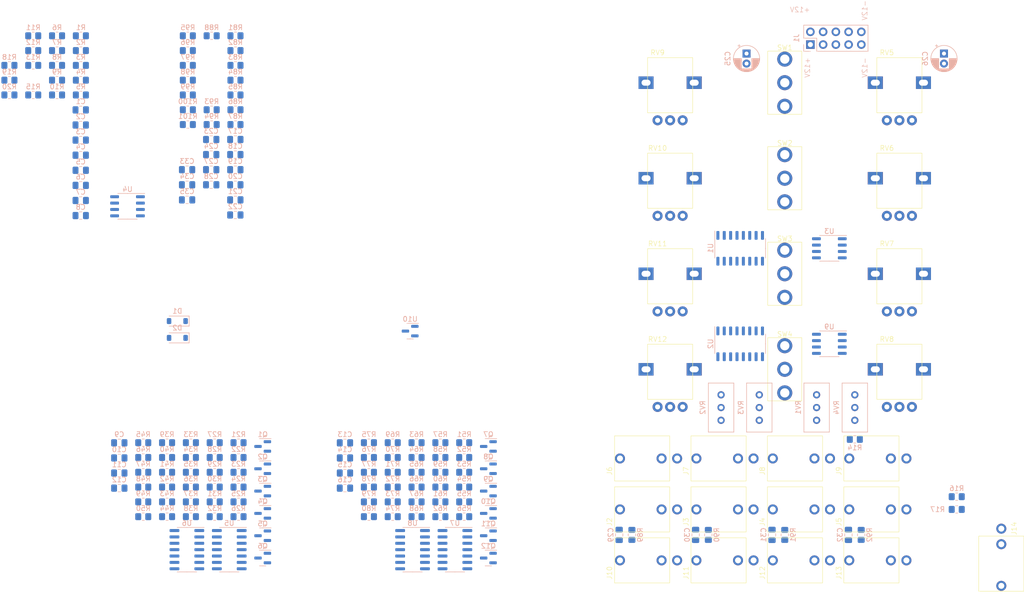
<source format=kicad_pcb>
(kicad_pcb (version 20221018) (generator pcbnew)
  (layers (0 "F.Cu" signal) (31 "B.Cu" signal) (34 "B.Paste" user) (35 "F.Paste" user) (36 "B.SilkS" user "B.Silkscreen") (37 "F.SilkS" user "F.Silkscreen") (38 "B.Mask" user) (39 "F.Mask" user) (44 "Edge.Cuts" user))
  (net 0 "")
  (net 1 "+12V")
  (net 2 "GND")
  (net 3 "-12V")
  (net 4 "Net-(C17-Pad1)")
  (net 5 "Net-(C18-Pad1)")
  (net 6 "Net-(C19-Pad1)")
  (net 7 "Net-(C20-Pad1)")
  (net 8 "VCA_1_IN")
  (net 9 "VCA_2_IN")
  (net 10 "VCA_3_IN")
  (net 11 "VCA_4_IN")
  (net 12 "VCA_1_OUT")
  (net 13 "VCA_2_OUT")
  (net 14 "VCA_3_OUT")
  (net 15 "VCA_4_OUT")
  (net 16 "/IO/MIX_OUT")
  (net 17 "Net-(U9A--)")
  (net 18 "Net-(C34-Pad2)")
  (net 19 "Net-(U9B--)")
  (net 20 "Net-(D1-A)")
  (net 21 "Net-(D2-K)")
  (net 22 "Net-(Q1-B)")
  (net 23 "Net-(Q1-E)")
  (net 24 "Net-(Q2-C)")
  (net 25 "Net-(Q3-B)")
  (net 26 "Net-(Q3-E)")
  (net 27 "/VC/LIN_IABC_1")
  (net 28 "Net-(Q4-B)")
  (net 29 "Net-(Q4-E)")
  (net 30 "/VC/LIN_IABC_2")
  (net 31 "Net-(Q5-B)")
  (net 32 "Net-(Q5-E)")
  (net 33 "Net-(Q6-C)")
  (net 34 "Net-(Q7-B)")
  (net 35 "Net-(Q7-E)")
  (net 36 "/VC_2/LIN_IABC_3")
  (net 37 "Net-(Q8-B)")
  (net 38 "Net-(Q8-E)")
  (net 39 "Net-(Q9-C)")
  (net 40 "Net-(Q10-B)")
  (net 41 "Net-(Q10-E)")
  (net 42 "/VC_2/LIN_IABC_4")
  (net 43 "Net-(Q11-B)")
  (net 44 "Net-(Q11-E)")
  (net 45 "Net-(Q12-C)")
  (net 46 "Net-(U2A--)")
  (net 47 "Net-(U1A--)")
  (net 48 "Net-(R3-Pad1)")
  (net 49 "Net-(U2A-+)")
  (net 50 "Net-(R4-Pad2)")
  (net 51 "Net-(R5-Pad1)")
  (net 52 "Net-(U1A-+)")
  (net 53 "Net-(R6-Pad2)")
  (net 54 "Net-(U2A-DIODE_BIAS)")
  (net 55 "Net-(U1A-DIODE_BIAS)")
  (net 56 "Net-(U4A-+)")
  (net 57 "Net-(U3A-+)")
  (net 58 "Net-(U1C--)")
  (net 59 "Net-(R12-Pad1)")
  (net 60 "Net-(U1C-+)")
  (net 61 "Net-(R13-Pad2)")
  (net 62 "Net-(U2C--)")
  (net 63 "Net-(U1C-DIODE_BIAS)")
  (net 64 "Net-(R16-Pad1)")
  (net 65 "Net-(U2C-+)")
  (net 66 "Net-(R17-Pad2)")
  (net 67 "Net-(U2C-DIODE_BIAS)")
  (net 68 "Net-(U3B-+)")
  (net 69 "Net-(U4B-+)")
  (net 70 "Net-(R21-Pad1)")
  (net 71 "Net-(U5A--)")
  (net 72 "VCA_1_CV")
  (net 73 "Net-(R23-Pad2)")
  (net 74 "Net-(U5B--)")
  (net 75 "/VC/VC_1")
  (net 76 "Net-(U5C--)")
  (net 77 "+3V0")
  (net 78 "Net-(U5C-+)")
  (net 79 "/VC/EXP_IABC_1")
  (net 80 "Net-(U5D--)")
  (net 81 "Net-(U6D--)")
  (net 82 "/VC/VC_2")
  (net 83 "Net-(U6C--)")
  (net 84 "Net-(U6C-+)")
  (net 85 "Net-(R42-Pad1)")
  (net 86 "Net-(U6A--)")
  (net 87 "VCA_2_CV")
  (net 88 "Net-(R45-Pad2)")
  (net 89 "Net-(U6B--)")
  (net 90 "/VC/EXP_IABC_2")
  (net 91 "Net-(U7D--)")
  (net 92 "/VC_2/VC_3")
  (net 93 "Net-(U7C--)")
  (net 94 "Net-(U7C-+)")
  (net 95 "Net-(R57-Pad1)")
  (net 96 "Net-(U7A--)")
  (net 97 "VCA_3_CV")
  (net 98 "Net-(R60-Pad2)")
  (net 99 "Net-(U7B--)")
  (net 100 "/VC_2/EXP_IABC_3")
  (net 101 "Net-(U8D--)")
  (net 102 "/VC_2/VC_4")
  (net 103 "Net-(U8C--)")
  (net 104 "Net-(U8C-+)")
  (net 105 "Net-(R72-Pad1)")
  (net 106 "Net-(U8A--)")
  (net 107 "VCA_4_CV")
  (net 108 "Net-(R75-Pad2)")
  (net 109 "Net-(U8B--)")
  (net 110 "/VC_2/EXP_IABC_4")
  (net 111 "Net-(J6-PadT)")
  (net 112 "Net-(J7-PadT)")
  (net 113 "Net-(J8-PadT)")
  (net 114 "Net-(J9-PadT)")
  (net 115 "Net-(J2-PadT)")
  (net 116 "Net-(J3-PadT)")
  (net 117 "Net-(J4-PadT)")
  (net 118 "Net-(J5-PadT)")
  (net 119 "Net-(J10-PadT)")
  (net 120 "Net-(J11-PadT)")
  (net 121 "Net-(J12-PadT)")
  (net 122 "Net-(J13-PadT)")
  (net 123 "Net-(J14-PadT)")
  (net 124 "/IO/VCA_1_MIX")
  (net 125 "/IO/VCA_2_MIX")
  (net 126 "/IO/VCA_3_MIX")
  (net 127 "/IO/VCA_4_MIX")
  (net 128 "VCA_1_IABC")
  (net 129 "VCA_2_IABC")
  (net 130 "VCA_3_IABC")
  (net 131 "VCA_4_IABC")
  (footprint "synthesis:alpha_pot" (layer "F.Cu") (at 213.36 100.33)
    (fp_text reference "RV7")
    (fp_text value "10k")
  )
  (footprint "synthesis:alpha_pot" (layer "F.Cu") (at 167.64 81.28)
    (fp_text reference "RV10")
    (fp_text value "10k")
  )
  (footprint "synthesis:thonkiconn" (layer "F.Cu") (at 233.68 157.64 180)
    (fp_text reference "J14")
    (fp_text value "Thonkiconn")
  )
  (footprint "synthesis:thonkiconn" (layer "F.Cu") (at 162.56 137.16 90)
    (fp_text reference "J6")
    (fp_text value "Thonkiconn")
  )
  (footprint "synthesis:alpha_pot" (layer "F.Cu") (at 167.64 119.38)
    (fp_text reference "RV12")
    (fp_text value "10k")
  )
  (footprint "synthesis:Mini_sw" (layer "F.Cu") (at 190.5 119.38)
    (fp_text reference "SW4")
    (fp_text value "SW_SPDT")
  )
  (footprint "synthesis:thonkiconn" (layer "F.Cu") (at 162.56 157.48 90)
    (fp_text reference "J10")
    (fp_text value "Thonkiconn")
  )
  (footprint "synthesis:alpha_pot" (layer "F.Cu") (at 213.36 119.38)
    (fp_text reference "RV8")
    (fp_text value "10k")
  )
  (footprint "synthesis:alpha_pot" (layer "F.Cu") (at 167.64 100.33)
    (fp_text reference "RV11")
    (fp_text value "10k")
  )
  (footprint "synthesis:alpha_pot" (layer "F.Cu") (at 213.36 62.23)
    (fp_text reference "RV5")
    (fp_text value "10k")
  )
  (footprint "synthesis:thonkiconn" (layer "F.Cu") (at 208.28 157.48 90)
    (fp_text reference "J13")
    (fp_text value "Thonkiconn")
  )
  (footprint "synthesis:alpha_pot" (layer "F.Cu") (at 167.64 62.23)
    (fp_text reference "RV9")
    (fp_text value "10k")
  )
  (footprint "synthesis:thonkiconn" (layer "F.Cu") (at 208.28 137.16 90)
    (fp_text reference "J9")
    (fp_text value "Thonkiconn")
  )
  (footprint "synthesis:Mini_sw" (layer "F.Cu") (at 190.5 100.33)
    (fp_text reference "SW3")
    (fp_text value "SW_SPDT")
  )
  (footprint "synthesis:thonkiconn" (layer "F.Cu") (at 193.04 157.48 90)
    (fp_text reference "J12")
    (fp_text value "Thonkiconn")
  )
  (footprint "synthesis:thonkiconn" (layer "F.Cu") (at 177.8 137.16 90)
    (fp_text reference "J7")
    (fp_text value "Thonkiconn")
  )
  (footprint "synthesis:thonkiconn" (layer "F.Cu") (at 193.04 147.32 90)
    (fp_text reference "J4")
    (fp_text value "Thonkiconn")
  )
  (footprint "synthesis:thonkiconn" (layer "F.Cu") (at 208.28 147.32 90)
    (fp_text reference "J5")
    (fp_text value "Thonkiconn")
  )
  (footprint "synthesis:alpha_pot" (layer "F.Cu") (at 213.36 81.28)
    (fp_text reference "RV6")
    (fp_text value "10k")
  )
  (footprint "synthesis:thonkiconn" (layer "F.Cu") (at 193.04 137.16 90)
    (fp_text reference "J8")
    (fp_text value "Thonkiconn")
  )
  (footprint "synthesis:Mini_sw" (layer "F.Cu") (at 190.5 81.28)
    (fp_text reference "SW2")
    (fp_text value "SW_SPDT")
  )
  (footprint "synthesis:thonkiconn" (layer "F.Cu") (at 162.56 147.32 90)
    (fp_text reference "J2")
    (fp_text value "Thonkiconn")
  )
  (footprint "synthesis:thonkiconn" (layer "F.Cu") (at 177.8 157.48 90)
    (fp_text reference "J11")
    (fp_text value "Thonkiconn")
  )
  (footprint "synthesis:Mini_sw" (layer "F.Cu") (at 190.5 62.23)
    (fp_text reference "SW1")
    (fp_text value "SW_SPDT")
  )
  (footprint "synthesis:thonkiconn" (layer "F.Cu") (at 177.8 147.32 90)
    (fp_text reference "J3")
    (fp_text value "Thonkiconn")
  )
  (footprint "Resistor_SMD:R_0805_2012Metric_Pad1.20x1.40mm_HandSolder" (layer "B.Cu") (at 35.89 58.775 180)
    (fp_text reference "R18")
    (fp_text value "10k")
  )
  (footprint "Capacitor_SMD:C_0805_2012Metric_Pad1.18x1.45mm_HandSolder" (layer "B.Cu") (at 71.32 85.595 180)
    (fp_text reference "C35")
    (fp_text value "100p")
  )
  (footprint "Resistor_SMD:R_0805_2012Metric_Pad1.20x1.40mm_HandSolder" (layer "B.Cu") (at 80.97 67.625 180)
    (fp_text reference "R86")
    (fp_text value "0R")
  )
  (footprint "Resistor_SMD:R_0805_2012Metric_Pad1.20x1.40mm_HandSolder" (layer "B.Cu") (at 126.58 136.965 180)
    (fp_text reference "R52")
    (fp_text value "20k")
  )
  (footprint "Capacitor_SMD:C_0805_2012Metric_Pad1.18x1.45mm_HandSolder" (layer "B.Cu") (at 50.11 67.655 180)
    (fp_text reference "C1")
    (fp_text value "100n")
  )
  (footprint "Resistor_SMD:R_0805_2012Metric_Pad1.20x1.40mm_HandSolder" (layer "B.Cu") (at 62.58 148.765 180)
    (fp_text reference "R50")
    (fp_text value "10k")
  )
  (footprint "Resistor_SMD:R_0805_2012Metric_Pad1.20x1.40mm_HandSolder" (layer "B.Cu") (at 67.33 145.815 180)
    (fp_text reference "R43")
    (fp_text value "100k")
  )
  (footprint "Resistor_SMD:R_0805_2012Metric_Pad1.20x1.40mm_HandSolder" (layer "B.Cu") (at 62.58 134.015 180)
    (fp_text reference "R45")
    (fp_text value "200k")
  )
  (footprint "Package_TO_SOT_SMD:SOT-23" (layer "B.Cu") (at 131.4 148.115 180)
    (fp_text reference "Q10")
    (fp_text value "MMBT3906")
  )
  (footprint "Resistor_SMD:R_0805_2012Metric_Pad1.20x1.40mm_HandSolder" (layer "B.Cu") (at 71.47 64.675 180)
    (fp_text reference "R99")
    (fp_text value "20k")
  )
  (footprint "Package_SO:SO-8_3.9x4.9mm_P1.27mm" (layer "B.Cu") (at 59.44 86.875 180)
    (fp_text reference "U4")
    (fp_text value "TL072")
  )
  (footprint "Resistor_SMD:R_0805_2012Metric_Pad1.20x1.40mm_HandSolder" (layer "B.Cu") (at 112.33 136.965 180)
    (fp_text reference "R70")
    (fp_text value "330")
  )
  (footprint "Resistor_SMD:R_0805_2012Metric_Pad1.20x1.40mm_HandSolder" (layer "B.Cu") (at 81.58 142.865 180)
    (fp_text reference "R24")
    (fp_text value "10k")
  )
  (footprint "Resistor_SMD:R_0805_2012Metric_Pad1.20x1.40mm_HandSolder" (layer "B.Cu") (at 126.58 145.815 180)
    (fp_text reference "R55")
    (fp_text value "330")
  )
  (footprint "Resistor_SMD:R_0805_2012Metric_Pad1.20x1.40mm_HandSolder" (layer "B.Cu") (at 121.83 134.015 180)
    (fp_text reference "R57")
    (fp_text value "200k")
  )
  (footprint "Capacitor_SMD:C_0805_2012Metric_Pad1.18x1.45mm_HandSolder" (layer "B.Cu") (at 50.11 79.695 180)
    (fp_text reference "C5")
    (fp_text value "100n")
  )
  (footprint "Resistor_SMD:R_0805_2012Metric_Pad1.20x1.40mm_HandSolder" (layer "B.Cu") (at 40.64 64.675 180)
    (fp_text reference "R15")
    (fp_text value "10k")
  )
  (footprint "Resistor_SMD:R_0805_2012Metric_Pad1.20x1.40mm_HandSolder" (layer "B.Cu") (at 67.33 139.915 180)
    (fp_text reference "R41")
    (fp_text value "10k")
  )
  (footprint "Resistor_SMD:R_0805_2012Metric_Pad1.20x1.40mm_HandSolder" (layer "B.Cu") (at 50.14 55.825 180)
    (fp_text reference "R2")
    (fp_text value "20k")
  )
  (footprint "Capacitor_SMD:C_0805_2012Metric_Pad1.18x1.45mm_HandSolder" (layer "B.Cu") (at 203.2 152.4 -90)
    (fp_text reference "C32")
    (fp_text value "DNP")
  )
  (footprint "Package_TO_SOT_SMD:SOT-23" (layer "B.Cu") (at 86.4 157.015 180)
    (fp_text reference "Q6")
    (fp_text value "MMBT3906")
  )
  (footprint "Package_TO_SOT_SMD:SOT-23" (layer "B.Cu") (at 131.4 157.015 180)
    (fp_text reference "Q12")
    (fp_text value "MMBT3906")
  )
  (footprint "Package_TO_SOT_SMD:SOT-23" (layer "B.Cu") (at 131.4 152.565 180)
    (fp_text reference "Q11")
    (fp_text value "MMBT3904")
  )
  (footprint "Potentiometer_THT:Potentiometer_Bourns_3296W_Vertical" (layer "B.Cu") (at 177.8 129.55 -90)
    (fp_text reference "RV2")
    (fp_text value "100R")
  )
  (footprint "Package_TO_SOT_SMD:SOT-23" (layer "B.Cu") (at 131.4 143.665 180)
    (fp_text reference "Q9")
    (fp_text value "MMBT3906")
  )
  (footprint "Capacitor_SMD:C_0805_2012Metric_Pad1.18x1.45mm_HandSolder" (layer "B.Cu") (at 50.11 82.705 180)
    (fp_text reference "C6")
    (fp_text value "100n")
  )
  (footprint "synthesis:PinSocket_2x05_P2.54mm_Vertical" (layer "B.Cu") (at 195.61 54.63 -90)
    (fp_text reference "J1")
    (fp_text value "power")
  )
  (footprint "Resistor_SMD:R_0805_2012Metric_Pad1.20x1.40mm_HandSolder" (layer "B.Cu") (at 67.33 136.965 180)
    (fp_text reference "R40")
    (fp_text value "330")
  )
  (footprint "Resistor_SMD:R_0805_2012Metric_Pad1.20x1.40mm_HandSolder" (layer "B.Cu") (at 45.39 64.675 180)
    (fp_text reference "R10")
    (fp_text value "47k")
  )
  (footprint "Capacitor_SMD:C_0805_2012Metric_Pad1.18x1.45mm_HandSolder" (layer "B.Cu") (at 102.8 140.065 180)
    (fp_text reference "C15")
    (fp_text value "100n")
  )
  (footprint "Resistor_SMD:R_0805_2012Metric_Pad1.20x1.40mm_HandSolder" (layer "B.Cu") (at 121.83 139.915 180)
    (fp_text reference "R59")
    (fp_text value "3k")
  )
  (footprint "Capacitor_SMD:C_0805_2012Metric_Pad1.18x1.45mm_HandSolder" (layer "B.Cu") (at 71.32 79.575 180)
    (fp_text reference "C33")
    (fp_text value "DNP")
  )
  (footprint "Resistor_SMD:R_0805_2012Metric_Pad1.20x1.40mm_HandSolder" (layer "B.Cu") (at 80.97 64.675 180)
    (fp_text reference "R85")
    (fp_text value "0R")
  )
  (footprint "Resistor_SMD:R_0805_2012Metric_Pad1.20x1.40mm_HandSolder" (layer "B.Cu") (at 81.58 134.015 180)
    (fp_text reference "R21")
    (fp_text value "200k")
  )
  (footprint "Resistor_SMD:R_0805_2012Metric_Pad1.20x1.40mm_HandSolder" (layer "B.Cu") (at 40.64 58.775 180)
    (fp_text reference "R13")
    (fp_text value "430R")
  )
  (footprint "Resistor_SMD:R_0805_2012Metric_Pad1.20x1.40mm_HandSolder" (layer "B.Cu") (at 40.64 52.875 180)
    (fp_text reference "R11")
    (fp_text value "20k")
  )
  (footprint "Resistor_SMD:R_0805_2012Metric_Pad1.20x1.40mm_HandSolder" (layer "B.Cu") (at 71.47 67.625 180)
    (fp_text reference "R100")
    (fp_text value "10k")
  )
  (footprint "Resistor_SMD:R_0805_2012Metric_Pad1.20x1.40mm_HandSolder" (layer "B.Cu") (at 45.39 55.825 180)
    (fp_text reference "R7")
    (fp_text value "10k")
  )
  (footprint "Diode_SMD:D_SOD-123" (layer "B.Cu") (at 69.375 109.765 180)
    (fp_text reference "D1")
    (fp_text value "MBR0530-TP")
  )
  (footprint "Resistor_SMD:R_0805_2012Metric_Pad1.20x1.40mm_HandSolder" (layer "B.Cu") (at 175.26 152.4 90)
    (fp_text reference "R90")
    (fp_text value "100R")
  )
  (footprint "Resistor_SMD:R_0805_2012Metric_Pad1.20x1.40mm_HandSolder" (layer "B.Cu") (at 62.58 145.815 180)
    (fp_text reference "R49")
    (fp_text value "20k")
  )
  (footprint "Resistor_SMD:R_0805_2012Metric_Pad1.20x1.40mm_HandSolder" (layer "B.Cu") (at 121.83 136.965 180)
    (fp_text reference "R58")
    (fp_text value "100k")
  )
  (footprint "Capacitor_SMD:C_0805_2012Metric_Pad1.18x1.45mm_HandSolder" (layer "B.Cu") (at 50.11 88.725 180)
    (fp_text reference "C8")
    (fp_text value "100n")
  )
  (footprint "Resistor_SMD:R_0805_2012Metric_Pad1.20x1.40mm_HandSolder" (layer "B.Cu") (at 117.08 145.815 180)
    (fp_text reference "R67")
    (fp_text value "20k")
  )
  (footprint "Resistor_SMD:R_0805_2012Metric_Pad1.20x1.40mm_HandSolder" (layer "B.Cu") (at 190.5 152.4 90)
    (fp_text reference "R91")
    (fp_text value "100R")
  )
  (footprint "Resistor_SMD:R_0805_2012Metric_Pad1.20x1.40mm_HandSolder" (layer "B.Cu") (at 112.33 142.865 180)
    (fp_text reference "R72")
    (fp_text value "200k")
  )
  (footprint "Capacitor_SMD:C_0805_2012Metric_Pad1.18x1.45mm_HandSolder" (layer "B.Cu") (at 76.13 73.555 180)
    (fp_text reference "C23")
    (fp_text value "DNP")
  )
  (footprint "Resistor_SMD:R_0805_2012Metric_Pad1.20x1.40mm_HandSolder" (layer "B.Cu") (at 81.58 139.915 180)
    (fp_text reference "R23")
    (fp_text value "200k")
  )
  (footprint "Resistor_SMD:R_0805_2012Metric_Pad1.20x1.40mm_HandSolder" (layer "B.Cu") (at 50.14 64.675 180)
    (fp_text reference "R5")
    (fp_text value "430R")
  )
  (footprint "Resistor_SMD:R_0805_2012Metric_Pad1.20x1.40mm_HandSolder" (layer "B.Cu") (at 81.58 148.765 180)
    (fp_text reference "R26")
    (fp_text value "200k")
  )
  (footprint "Package_TO_SOT_SMD:SOT-23" (layer "B.Cu") (at 115.8 111.765 180)
    (fp_text reference "U10")
    (fp_text value "LM4040DBZ-3")
  )
  (footprint "Resistor_SMD:R_0805_2012Metric_Pad1.20x1.40mm_HandSolder" (layer "B.Cu") (at 224.79 144.78 180)
    (fp_text reference "R16")
    (fp_text value "430R")
  )
  (footprint "Capacitor_THT:CP_Radial_D5.0mm_P2.00mm" (layer "B.Cu") (at 222.25 56.42 -90)
    (fp_text reference "C26")
    (fp_text value "10u")
  )
  (footprint "Resistor_SMD:R_0805_2012Metric_Pad1.20x1.40mm_HandSolder" (layer "B.Cu") (at 76.83 142.865 180)
    (fp_text reference "R30")
    (fp_text value "120k")
  )
  (footprint "Capacitor_SMD:C_0805_2012Metric_Pad1.18x1.45mm_HandSolder" (layer "B.Cu") (at 50.11 76.685 180)
    (fp_text reference "C4")
    (fp_text value "100n")
  )
  (footprint "Package_SO:SO-14_3.9x8.65mm_P1.27mm" (layer "B.Cu") (at 71.28 155.345 180)
    (fp_text reference "U6")
    (fp_text value "TL074")
  )
  (footprint "Resistor_SMD:R_0805_2012Metric_Pad1.20x1.40mm_HandSolder" (layer "B.Cu") (at 76.22 52.875 180)
    (fp_text reference "R88")
    (fp_text value "0R")
  )
  (footprint "Package_TO_SOT_SMD:SOT-23" (layer "B.Cu") (at 86.4 148.115 180)
    (fp_text reference "Q4")
    (fp_text value "MMBT3906")
  )
  (footprint "Resistor_SMD:R_0805_2012Metric_Pad1.20x1.40mm_HandSolder" (layer "B.Cu") (at 107.58 136.965 180)
    (fp_text reference "R76")
    (fp_text value "20k")
  )
  (footprint "Resistor_SMD:R_0805_2012Metric_Pad1.20x1.40mm_HandSolder" (layer "B.Cu") (at 81.58 136.965 180)
    (fp_text reference "R22")
    (fp_text value "100k")
  )
  (footprint "Resistor_SMD:R_0805_2012Metric_Pad1.20x1.40mm_HandSolder" (layer "B.Cu") (at 76.83 145.815 180)
    (fp_text reference "R31")
    (fp_text value "20k")
  )
  (footprint "Resistor_SMD:R_0805_2012Metric_Pad1.20x1.40mm_HandSolder" (layer "B.Cu") (at 45.39 58.775 180)
    (fp_text reference "R8")
    (fp_text value "10k")
  )
  (footprint "Resistor_SMD:R_0805_2012Metric_Pad1.20x1.40mm_HandSolder" (layer "B.Cu") (at 72.08 148.765 180)
    (fp_text reference "R38")
    (fp_text value "200k")
  )
  (footprint "Potentiometer_THT:Potentiometer_Bourns_3296W_Vertical" (layer "B.Cu") (at 185.42 129.55 -90)
    (fp_text reference "RV3")
    (fp_text value "100R")
  )
  (footprint "Resistor_SMD:R_0805_2012Metric_Pad1.20x1.40mm_HandSolder" (layer "B.Cu") (at 81.58 145.815 180)
    (fp_text reference "R25")
    (fp_text value "10k")
  )
  (footprint "Capacitor_SMD:C_0805_2012Metric_Pad1.18x1.45mm_HandSolder" (layer "B.Cu") (at 80.94 76.565 180)
    (fp_text reference "C18")
    (fp_text value "DNP")
  )
  (footprint "Package_SO:SO-14_3.9x8.65mm_P1.27mm" (layer "B.Cu") (at 79.73 155.345 180)
    (fp_text reference "U5")
    (fp_text value "TL074")
  )
  (footprint "Capacitor_SMD:C_0805_2012Metric_Pad1.18x1.45mm_HandSolder" (layer "B.Cu") (at 102.8 134.045 180)
    (fp_text reference "C13")
    (fp_text value "100n")
  )
  (footprint "Capacitor_SMD:C_0805_2012Metric_Pad1.18x1.45mm_HandSolder" (layer "B.Cu") (at 57.8 137.055 180)
    (fp_text reference "C10")
    (fp_text value "100n")
  )
  (footprint "Resistor_SMD:R_0805_2012Metric_Pad1.20x1.40mm_HandSolder" (layer "B.Cu") (at 117.08 142.865 180)
    (fp_text reference "R66")
    (fp_text value "6k2")
  )
  (footprint "Capacitor_SMD:C_0805_2012Metric_Pad1.18x1.45mm_HandSolder" (layer "B.Cu") (at 187.96 152.4 -90)
    (fp_text reference "C31")
    (fp_text value "DNP")
  )
  (footprint "Package_SO:SO-8_3.9x4.9mm_P1.27mm" (layer "B.Cu") (at 199.39 114.3 180)
    (fp_text reference "U9")
    (fp_text value "TL072")
  )
  (footprint "Capacitor_SMD:C_0805_2012Metric_Pad1.18x1.45mm_HandSolder" (layer "B.Cu") (at 50.11 73.675 180)
    (fp_text reference "C3")
    (fp_text value "100n")
  )
  (footprint "Package_SO:SO-16_3.9x9.9mm_P1.27mm" (layer "B.Cu") (at 181.61 95.25 -90)
    (fp_text reference "U1")
    (fp_text value "LM13700")
  )
  (footprint "Package_SO:SO-14_3.9x8.65mm_P1.27mm" (layer "B.Cu") (at 124.73 155.345 180)
    (fp_text reference "U7")
    (fp_text value "TL074")
  )
  (footprint "Resistor_SMD:R_0805_2012Metric_Pad1.20x1.40mm_HandSolder" (layer "B.Cu") (at 76.83 134.015 180)
    (fp_text reference "R27")
    (fp_text value "3k")
  )
  (footprint "Resistor_SMD:R_0805_2012Metric_Pad1.20x1.40mm_HandSolder" (layer "B.Cu") (at 40.64 55.825 180)
    (fp_text reference "R12")
    (fp_text value "430R")
  )
  (footprint "Resistor_SMD:R_0805_2012Metric_Pad1.20x1.40mm_HandSolder" (layer "B.Cu") (at 71.47 52.875 180)
    (fp_text reference "R95")
    (fp_text value "10k")
  )
  (footprint "Resistor_SMD:R_0805_2012Metric_Pad1.20x1.40mm_HandSolder" (layer "B.Cu") (at 117.08 148.765 180)
    (fp_text reference "R68")
    (fp_text value "200k")
  )
  (footprint "Package_SO:SO-14_3.9x8.65mm_P1.27mm" (layer "B.Cu") (at 116.28 155.345 180)
    (fp_text reference "U8")
    (fp_text value "TL074")
  )
  (footprint "Resistor_SMD:R_0805_2012Metric_Pad1.20x1.40mm_HandSolder" (layer "B.Cu") (at 76.83 136.965 180)
    (fp_text reference "R28")
    (fp_text value "10k")
  )
  (footprint "Package_TO_SOT_SMD:SOT-23" (layer "B.Cu") (at 86.4 152.565 180)
    (fp_text reference "Q5")
    (fp_text value "MMBT3904")
  )
  (footprint "Resistor_SMD:R_0805_2012Metric_Pad1.20x1.40mm_HandSolder" (layer "B.Cu") (at 121.83 148.765 180)
    (fp_text reference "R62")
    (fp_text value "120k")
  )
  (footprint "Package_TO_SOT_SMD:SOT-23" (layer "B.Cu") (at 86.4 143.665 180)
    (fp_text reference "Q3")
    (fp_text value "MMBT3906")
  )
  (footprint "Resistor_SMD:R_0805_2012Metric_Pad1.20x1.40mm_HandSolder" (layer "B.Cu") (at 71.47 70.575 180)
    (fp_text reference "R101")
    (fp_text value "470")
  )
  (footprint "Resistor_SMD:R_0805_2012Metric_Pad1.20x1.40mm_HandSolder" (layer "B.Cu") (at 205.74 152.4 90)
    (fp_text reference "R92")
    (fp_text value "100R")
  )
  (footprint "Package_SO:SO-16_3.9x9.9mm_P1.27mm" (layer "B.Cu") (at 181.61 114.3 -90)
    (fp_text reference "U2")
    (fp_text value "LM13700")
  )
  (footprint "Resistor_SMD:R_0805_2012Metric_Pad1.20x1.40mm_HandSolder" (layer "B.Cu") (at 72.08 142.865 180)
    (fp_text reference "R36")
    (fp_text value "6k2")
  )
  (footprint "Capacitor_THT:CP_Radial_D5.0mm_P2.00mm" (layer "B.Cu") (at 182.88 56.42 -90)
    (fp_text reference "C25")
    (fp_text value "10u")
  )
  (footprint "Resistor_SMD:R_0805_2012Metric_Pad1.20x1.40mm_HandSolder" (layer "B.Cu") (at 112.33 134.015 180)
    (fp_text reference "R69")
    (fp_text value "10k")
  )
  (footprint "Resistor_SMD:R_0805_2012Metric_Pad1.20x1.40mm_HandSolder" (layer "B.Cu") (at 126.58 142.865 180)
    (fp_text reference "R54")
    (fp_text value "10k")
  )
  (footprint "Resistor_SMD:R_0805_2012Metric_Pad1.20x1.40mm_HandSolder" (layer "B.Cu") (at 71.47 61.725 180)
    (fp_text reference "R98")
    (fp_text value "20k")
  )
  (footprint "Package_TO_SOT_SMD:SOT-23" (layer "B.Cu") (at 131.4 134.765 180)
    (fp_text reference "Q7")
    (fp_text value "MMBT3906")
  )
  (footprint "Resistor_SMD:R_0805_2012Metric_Pad1.20x1.40mm_HandSolder" (layer "B.Cu") (at 80.97 58.775 180)
    (fp_text reference "R83")
    (fp_text value "0R")
  )
  (footprint "Capacitor_SMD:C_0805_2012Metric_Pad1.18x1.45mm_HandSolder" (layer "B.Cu") (at 57.8 143.075 180)
    (fp_text reference "C12")
    (fp_text value "100n")
  )
  (footprint "Capacitor_SMD:C_0805_2012Metric_Pad1.18x1.45mm_HandSolder" (layer "B.Cu") (at 50.11 85.715 180)
    (fp_text reference "C7")
    (fp_text value "100n")
  )
  (footprint "Resistor_SMD:R_0805_2012Metric_Pad1.20x1.40mm_HandSolder" (layer "B.Cu") (at 112.33 148.765 180)
    (fp_text reference "R74")
    (fp_text value "3k")
  )
  (footprint "Diode_SMD:D_SOD-123" (layer "B.Cu") (at 69.375 113.115 180)
    (fp_text reference "D2")
    (fp_text value "D_Schottky")
  )
  (footprint "Resistor_SMD:R_0805_2012Metric_Pad1.20x1.40mm_HandSolder" (layer "B.Cu") (at 117.08 136.965 180)
    (fp_text reference "R64")
    (fp_text value "20k")
  )
  (footprint "Resistor_SMD:R_0805_2012Metric_Pad1.20x1.40mm_HandSolder" (layer "B.Cu") (at 76.83 139.915 180)
    (fp_text reference "R29")
    (fp_text value "330")
  )
  (footprint "Resistor_SMD:R_0805_2012Metric_Pad1.20x1.40mm_HandSolder" (layer "B.Cu") (at 121.83 142.865 180)
    (fp_text reference "R60")
    (fp_text value "200k")
  )
  (footprint "Resistor_SMD:R_0805_2012Metric_Pad1.20x1.40mm_HandSolder" (layer "B.Cu") (at 50.14 52.875 180)
    (fp_text reference "R1")
    (fp_text value "20k")
  )
  (footprint "Resistor_SMD:R_0805_2012Metric_Pad1.20x1.40mm_HandSolder" (layer "B.Cu") (at 72.08 139.915 180)
    (fp_text reference "R35")
    (fp_text value "10k")
  )
  (footprint "Capacitor_SMD:C_0805_2012Metric_Pad1.18x1.45mm_HandSolder" (layer "B.Cu") (at 76.13 82.585 180)
    (fp_text reference "C28")
    (fp_text value "100n")
  )
  (footprint "Capacitor_SMD:C_0805_2012Metric_Pad1.18x1.45mm_HandSolder" (layer "B.Cu") (at 102.8 143.075 180)
    (fp_text reference "C16")
    (fp_text value "100n")
  )
  (footprint "Resistor_SMD:R_0805_2012Metric_Pad1.20x1.40mm_HandSolder" (layer "B.Cu") (at 71.47 55.825 180)
    (fp_text reference "R96")
    (fp_text value "10k")
  )
  (footprint "Resistor_SMD:R_0805_2012Metric_Pad1.20x1.40mm_HandSolder" (layer "B.Cu") (at 45.39 61.725 180)
    (fp_text reference "R9")
    (fp_text value "47k")
  )
  (footprint "Resistor_SMD:R_0805_2012Metric_Pad1.20x1.40mm_HandSolder" (layer "B.Cu") (at 112.33 145.815 180)
    (fp_text reference "R73")
    (fp_text value "100k")
  )
  (footprint "Resistor_SMD:R_0805_2012Metric_Pad1.20x1.40mm_HandSolder" (layer "B.Cu") (at 71.47 58.775 180)
    (fp_text reference "R97")
    (fp_text value "10k")
  )
  (footprint "Capacitor_SMD:C_0805_2012Metric_Pad1.18x1.45mm_HandSolder" (layer "B.Cu") (at 50.11 70.665 180)
    (fp_text reference "C2")
    (fp_text value "100n")
  )
  (footprint "Resistor_SMD:R_0805_2012Metric_Pad1.20x1.40mm_HandSolder" (layer "B.Cu") (at 67.33 148.765 180)
    (fp_text reference "R44")
    (fp_text value "3k")
  )
  (footprint "Resistor_SMD:R_0805_2012Metric_Pad1.20x1.40mm_HandSolder" (layer "B.Cu") (at 107.58 139.915 180)
    (fp_text reference "R77")
    (fp_text value "120k")
  )
  (footprint "Resistor_SMD:R_0805_2012Metric_Pad1.20x1.40mm_HandSolder" (layer "B.Cu") (at 62.58 142.865 180)
    (fp_text reference "R48")
    (fp_text value "10k")
  )
  (footprint "Resistor_SMD:R_0805_2012Metric_Pad1.20x1.40mm_HandSolder" (layer "B.Cu") (at 126.58 139.915 180)
    (fp_text reference "R53")
    (fp_text value "200k")
  )
  (footprint "Potentiometer_THT:Potentiometer_Bourns_3296W_Vertical" (layer "B.Cu") (at 196.85 129.55 -90)
    (fp_text reference "RV1")
    (fp_text value "100R")
  )
  (footprint "Capacitor_SMD:C_0805_2012Metric_Pad1.18x1.45mm_HandSolder" (layer "B.Cu") (at 76.13 76.565 180)
    (fp_text reference "C24")
    (fp_text value "DNP")
  )
  (footprint "Resistor_SMD:R_0805_2012Metric_Pad1.20x1.40mm_HandSolder" (layer "B.Cu") (at 80.97 55.825 180)
    (fp_text reference "R82")
    (fp_text value "0R")
  )
  (footprint "Resistor_SMD:R_0805_2012Metric_Pad1.20x1.40mm_HandSolder" (layer "B.Cu") (at 107.58 142.865 180)
    (fp_text reference "R78")
    (fp_text value "10k")
  )
  (footprint "Capacitor_SMD:C_0805_2012Metric_Pad1.18x1.45mm_HandSolder" (layer "B.Cu") (at 80.94 73.555 180)
    (fp_text reference "C17")
    (fp_text value "DNP")
  )
  (footprint "Resistor_SMD:R_0805_2012Metric_Pad1.20x1.40mm_HandSolder" (layer "B.Cu") (at 35.89 64.675 180)
    (fp_text reference "R20")
    (fp_text value "47k")
  )
  (footprint "Package_SO:SO-8_3.9x4.9mm_P1.27mm" (layer "B.Cu") (at 199.39 95.25 180)
    (fp_text reference "U3")
    (fp_text value "TL072")
  )
  (footprint "Capacitor_SMD:C_0805_2012Metric_Pad1.18x1.45mm_HandSolder" (layer "B.Cu") (at 57.8 140.065 180)
    (fp_text reference "C11")
    (fp_text value "100n")
  )
  (footprint "Package_TO_SOT_SMD:SOT-23" (layer "B.Cu") (at 86.4 139.215 180)
    (fp_text reference "Q2")
    (fp_text value "MMBT3906")
  )
  (footprint "Capacitor_SMD:C_0805_2012Metric_Pad1.18x1.45mm_HandSolder" (layer "B.Cu") (at 80.94 85.595 180)
    (fp_text reference "C21")
    (fp_text value "DNP")
  )
  (footprint "Resistor_SMD:R_0805_2012Metric_Pad1.20x1.40mm_HandSolder" (layer "B.Cu") (at 67.33 142.865 180)
    (fp_text reference "R42")
    (fp_text value "200k")
  )
  (footprint "Resistor_SMD:R_0805_2012Metric_Pad1.20x1.40mm_HandSolder" (layer "B.Cu") (at 67.33 134.015 180)
    (fp_text reference "R39")
    (fp_text value "10k")
  )
  (footprint "Resistor_SMD:R_0805_2012Metric_Pad1.20x1.40mm_HandSolder" (layer "B.Cu") (at 72.08 145.815 180)
    (fp_text reference "R37")
    (fp_text value "20k")
  )
  (footprint "Capacitor_SMD:C_0805_2012Metric_Pad1.18x1.45mm_HandSolder" (layer "B.Cu") (at 80.94 82.585 180)
    (fp_text reference "C20")
    (fp_text value "DNP")
  )
  (footprint "Capacitor_SMD:C_0805_2012Metric_Pad1.18x1.45mm_HandSolder" (layer "B.Cu") (at 57.8 134.045 180)
    (fp_text reference "C9")
    (fp_text value "100n")
  )
  (footprint "Capacitor_SMD:C_0805_2012Metric_Pad1.18x1.45mm_HandSolder" (layer "B.Cu") (at 80.94 79.575 180)
    (fp_text reference "C19")
    (fp_text value "DNP")
  )
  (footprint "Resistor_SMD:R_0805_2012Metric_Pad1.20x1.40mm_HandSolder" (layer "B.Cu") (at 45.39 52.875 180)
    (fp_text reference "R6")
    (fp_text value "430R")
  )
  (footprint "Package_TO_SOT_SMD:SOT-23" (layer "B.Cu") (at 131.4 139.215 180)
    (fp_text reference "Q8")
    (fp_text value "MMBT3904")
  )
  (footprint "Resistor_SMD:R_0805_2012Metric_Pad1.20x1.40mm_HandSolder" (layer "B.Cu") (at 126.58 148.765 180)
    (fp_text reference "R56")
    (fp_text value "10k")
  )
  (footprint "Resistor_SMD:R_0805_2012Metric_Pad1.20x1.40mm_HandSolder" (layer "B.Cu") (at 160.02 152.4 90)
    (fp_text reference "R89")
    (fp_text value "100R")
  )
  (footprint "Resistor_SMD:R_0805_2012Metric_Pad1.20x1.40mm_HandSolder" (layer "B.Cu") (at 107.58 148.765 180)
    (fp_text reference "R80")
    (fp_text value "10k")
  )
  (footprint "Capacitor_SMD:C_0805_2012Metric_Pad1.18x1.45mm_HandSolder" (layer "B.Cu") (at 172.72 152.4 -90)
    (fp_text reference "C30")
    (fp_text value "DNP")
  )
  (footprint "Potentiometer_THT:Potentiometer_Bourns_3296W_Vertical" (layer "B.Cu") (at 204.47 129.55 -90)
    (fp_text reference "RV4")
    (fp_text value "100R")
  )
  (footprint "Capacitor_SMD:C_0805_2012Metric_Pad1.18x1.45mm_HandSolder" (layer "B.Cu") (at 76.13 79.575 180)
    (fp_text reference "C27")
    (fp_text value "100n")
  )
  (footprint "Resistor_SMD:R_0805_2012Metric_Pad1.20x1.40mm_HandSolder" (layer "B.Cu") (at 80.97 70.575 180)
    (fp_text reference "R87")
    (fp_text value "0R")
  )
  (footprint "Resistor_SMD:R_0805_2012Metric_Pad1.20x1.40mm_HandSolder" (layer "B.Cu") (at 72.08 134.015 180)
    (fp_text reference "R33")
    (fp_text value "6k2")
  )
  (footprint "Capacitor_SMD:C_0805_2012Metric_Pad1.18x1.45mm_HandSolder" (layer "B.Cu") (at 80.94 88.605 180)
    (fp_text reference "C22")
    (fp_text value "DNP")
  )
  (footprint "Resistor_SMD:R_0805_2012Metric_Pad1.20x1.40mm_HandSolder" (layer "B.Cu") (at 80.97 52.875 180)
    (fp_text reference "R81")
    (fp_text value "0R")
  )
  (footprint "Resistor_SMD:R_0805_2012Metric_Pad1.20x1.40mm_HandSolder" (layer "B.Cu") (at 126.58 134.015 180)
    (fp_text reference "R51")
    (fp_text value "6k2")
  )
  (footprint "Resistor_SMD:R_0805_2012Metric_Pad1.20x1.40mm_HandSolder" (layer "B.Cu") (at 50.14 58.775 180)
    (fp_text reference "R3")
    (fp_text value "430R")
  )
  (footprint "Resistor_SMD:R_0805_2012Metric_Pad1.20x1.40mm_HandSolder" (layer "B.Cu") (at 72.08 136.965 180)
    (fp_text reference "R34")
    (fp_text value "20k")
  )
  (footprint "Resistor_SMD:R_0805_2012Metric_Pad1.20x1.40mm_HandSolder" (layer "B.Cu") (at 62.58 139.915 180)
    (fp_text reference "R47")
    (fp_text value "120k")
  )
  (footprint "Resistor_SMD:R_0805_2012Metric_Pad1.20x1.40mm_HandSolder" (layer "B.Cu") (at 107.58 145.815 180)
    (fp_text reference "R79")
    (fp_text value "20k")
  )
  (footprint "Resistor_SMD:R_0805_2012Metric_Pad1.20x1.40mm_HandSolder" (layer "B.Cu") (at 76.83 148.765 180)
    (fp_text reference "R32")
    (fp_text value "20k")
  )
  (footprint "Package_TO_SOT_SMD:SOT-23" (layer "B.Cu") (at 86.4 134.765 180)
    (fp_text reference "Q1")
    (fp_text value "MMBT3904")
  )
  (footprint "Resistor_SMD:R_0805_2012Metric_Pad1.20x1.40mm_HandSolder" (layer "B.Cu") (at 117.08 139.915 180)
    (fp_text reference "R65")
    (fp_text value "10k")
  )
  (footprint "Capacitor_SMD:C_0805_2012Metric_Pad1.18x1.45mm_HandSolder" (layer "B.Cu") (at 157.48 152.4 -90)
    (fp_text reference "C29")
    (fp_text value "DNP")
  )
  (footprint "Resistor_SMD:R_0805_2012Metric_Pad1.20x1.40mm_HandSolder" (layer "B.Cu") (at 121.83 145.815 180)
    (fp_text reference "R61")
    (fp_text value "20k")
  )
  (footprint "Resistor_SMD:R_0805_2012Metric_Pad1.20x1.40mm_HandSolder" (layer "B.Cu") (at 62.58 136.965 180)
    (fp_text reference "R46")
    (fp_text value "20k")
  )
  (footprint "Resistor_SMD:R_0805_2012Metric_Pad1.20x1.40mm_HandSolder" (layer "B.Cu") (at 204.47 133.35)
    (fp_text reference "R14")
    (fp_text value "20k")
  )
  (footprint "Resistor_SMD:R_0805_2012Metric_Pad1.20x1.40mm_HandSolder" (layer "B.Cu") (at 76.22 67.625 180)
    (fp_text reference "R93")
    (fp_text value "100R")
  )
  (footprint "Resistor_SMD:R_0805_2012Metric_Pad1.20x1.40mm_HandSolder" (layer "B.Cu") (at 107.58 134.015 180)
    (fp_text reference "R75")
    (fp_text value "200k")
  )
  (footprint "Resistor_SMD:R_0805_2012Metric_Pad1.20x1.40mm_HandSolder" (layer "B.Cu") (at 80.97 61.725 180)
    (fp_text reference "R84")
    (fp_text value "0R")
  )
  (footprint "Capacitor_SMD:C_0805_2012Metric_Pad1.18x1.45mm_HandSolder" (layer "B.Cu") (at 71.32 82.585 180)
    (fp_text reference "C34")
    (fp_text value "100p")
  )
  (footprint "Resistor_SMD:R_0805_2012Metric_Pad1.20x1.40mm_HandSolder" (layer "B.Cu") (at 112.33 139.915 180)
    (fp_text reference "R71")
    (fp_text value "10k")
  )
  (footprint "Capacitor_SMD:C_0805_2012Metric_Pad1.18x1.45mm_HandSolder" (layer "B.Cu") (at 102.8 137.055 180)
    (fp_text reference "C14")
    (fp_text value "100n")
  )
  (footprint "Resistor_SMD:R_0805_2012Metric_Pad1.20x1.40mm_HandSolder" (layer "B.Cu") (at 35.89 61.725 180)
    (fp_text reference "R19")
    (fp_text value "47k")
  )
  (footprint "Resistor_SMD:R_0805_2012Metric_Pad1.20x1.40mm_HandSolder" (layer "B.Cu") (at 117.08 134.015 180)
    (fp_text reference "R63")
    (fp_text value "10k")
  )
  (footprint "Resistor_SMD:R_0805_2012Metric_Pad1.20x1.40mm_HandSolder" (layer "B.Cu") (at 50.14 61.725 180)
    (fp_text reference "R4")
    (fp_text value "430R")
  )
  (footprint "Resistor_SMD:R_0805_2012Metric_Pad1.20x1.40mm_HandSolder" (layer "B.Cu") (at 224.79 147.32 180)
    (fp_text reference "R17")
    (fp_text value "430R")
  )
  (footprint "Resistor_SMD:R_0805_2012Metric_Pad1.20x1.40mm_HandSolder" (layer "B.Cu") (at 76.22 70.575 180)
    (fp_text reference "R94")
    (fp_text value "10k")
  )
)
</source>
